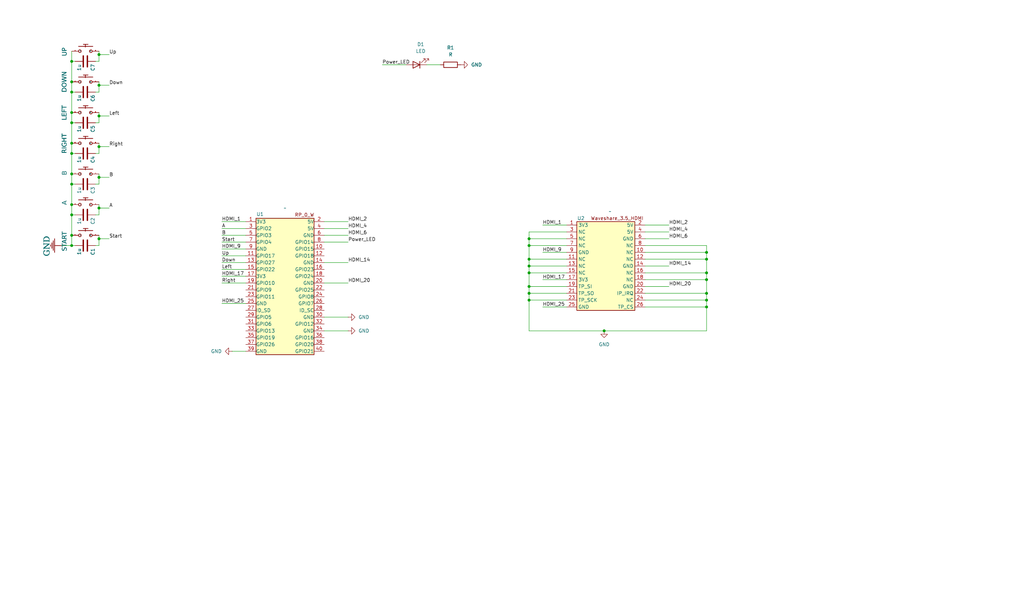
<source format=kicad_sch>
(kicad_sch (version 20231120) (generator "eeschema") (generator_version "8.0")
  (paper "User" 381 228.6)
  (lib_symbols
    (symbol "Device:C" (pin_numbers hide) (pin_names (offset 0.254))
      (property "Reference" "C" (at 0.635 2.54 0))
      (property "Value" "C" (at 0.635 -2.54 0))
      (symbol "C_0_1"
        (polyline (pts (xy -2.032 -0.762) (xy 2.032 -0.762)) (stroke (width 0.508)))
        (polyline (pts (xy -2.032 0.762) (xy 2.032 0.762)) (stroke (width 0.508)))
      )
      (symbol "C_1_1"
        (pin passive line (at 0 3.81 270) (length 2.794) (name "~") (number "1"))
        (pin passive line (at 0 -3.81 90) (length 2.794) (name "~") (number "2"))
      )
    )
    (symbol "Device:LED" (pin_numbers hide) (pin_names (offset 1.016) hide)
      (property "Reference" "D" (at 0 2.54 0))
      (property "Value" "LED" (at 0 -2.54 0))
      (symbol "LED_0_1"
        (polyline (pts (xy -1.27 -1.27) (xy -1.27 1.27)) (stroke (width 0.254)))
        (polyline (pts (xy -1.27 0) (xy 1.27 0)))
        (polyline (pts (xy 1.27 -1.27) (xy 1.27 1.27) (xy -1.27 0) (xy 1.27 -1.27)) (stroke (width 0.254)))
        (polyline (pts (xy -3.048 -0.762) (xy -4.572 -2.286) (xy -3.81 -2.286) (xy -4.572 -2.286) (xy -4.572 -1.524)))
        (polyline (pts (xy -1.778 -0.762) (xy -3.302 -2.286) (xy -2.54 -2.286) (xy -3.302 -2.286) (xy -3.302 -1.524)))
      )
      (symbol "LED_1_1"
        (pin passive line (at -3.81 0 0) (length 2.54) (name "K") (number "1"))
        (pin passive line (at 3.81 0 180) (length 2.54) (name "A") (number "2"))
      )
    )
    (symbol "Device:R" (pin_numbers hide) (pin_names (offset 0))
      (property "Reference" "R" (at 2.032 0 90))
      (property "Value" "R" (at 0 0 90))
      (symbol "R_0_1"
        (rectangle (start -1.016 -2.54) (end 1.016 2.54) (stroke (width 0.254)))
      )
      (symbol "R_1_1"
        (pin passive line (at 0 3.81 270) (length 1.27) (name "~") (number "1"))
        (pin passive line (at 0 -3.81 90) (length 1.27) (name "~") (number "2"))
      )
    )
    (symbol "GGMainPCB:Raspberry_pi_0_w_gpio" (pin_names (offset 0.002))
      (property "Reference" "U" (at -6.604 57.15 0))
      (symbol "Raspberry_pi_0_w_gpio_1_1"
        (rectangle (start -7.62 55.88) (end 13.97 5.08) (stroke (width 0.254)) (fill (type background)))
        (text "RP_0_W\n" (at 10.414 57.15 0) (effects (font (size 1.27 1.27))))
        (pin passive line (at -11.43 54.61 0) (length 3.81) (name "3V3") (number "1"))
        (pin passive line (at 17.78 44.45 180) (length 3.81) (name "GPIO15") (number "10"))
        (pin passive line (at -11.43 41.91 0) (length 3.81) (name "GPIO17") (number "11"))
        (pin passive line (at 17.78 41.91 180) (length 3.81) (name "GPIO18") (number "12"))
        (pin passive line (at -11.43 39.37 0) (length 3.81) (name "GPIO27") (number "13"))
        (pin passive line (at 17.78 39.37 180) (length 3.81) (name "GND") (number "14"))
        (pin passive line (at -11.43 36.83 0) (length 3.81) (name "GPIO22") (number "15"))
        (pin passive line (at 17.78 36.83 180) (length 3.81) (name "GPIO23") (number "16"))
        (pin passive line (at -11.43 34.29 0) (length 3.81) (name "3V3") (number "17"))
        (pin passive line (at 17.78 34.29 180) (length 3.81) (name "GPIO24") (number "18"))
        (pin passive line (at -11.43 31.75 0) (length 3.81) (name "GPIO10") (number "19"))
        (pin passive line (at 17.78 54.61 180) (length 3.81) (name "5V") (number "2"))
        (pin passive line (at 17.78 31.75 180) (length 3.81) (name "GND") (number "20"))
        (pin passive line (at -11.43 29.21 0) (length 3.81) (name "GPIO9") (number "21"))
        (pin passive line (at 17.78 29.21 180) (length 3.81) (name "GPIO25") (number "22"))
        (pin passive line (at -11.43 26.67 0) (length 3.81) (name "GPIO11") (number "23"))
        (pin passive line (at 17.78 26.67 180) (length 3.81) (name "GPIO8") (number "24"))
        (pin passive line (at -11.43 24.13 0) (length 3.81) (name "GND") (number "25"))
        (pin passive line (at 17.78 24.13 180) (length 3.81) (name "GPIO7") (number "26"))
        (pin passive line (at -11.43 21.59 0) (length 3.81) (name "ID_SD") (number "27"))
        (pin passive line (at 17.78 21.59 180) (length 3.81) (name "ID_SC") (number "28"))
        (pin passive line (at -11.43 19.05 0) (length 3.81) (name "GPIO5") (number "29"))
        (pin passive line (at -11.43 52.07 0) (length 3.81) (name "GPIO2") (number "3"))
        (pin passive line (at 17.78 19.05 180) (length 3.81) (name "GND") (number "30"))
        (pin passive line (at -11.43 16.51 0) (length 3.81) (name "GPIO6") (number "31"))
        (pin passive line (at 17.78 16.51 180) (length 3.81) (name "GPIO12") (number "32"))
        (pin passive line (at -11.43 13.97 0) (length 3.81) (name "GPIO13") (number "33"))
        (pin passive line (at 17.78 13.97 180) (length 3.81) (name "GND") (number "34"))
        (pin passive line (at -11.43 11.43 0) (length 3.81) (name "GPIO19") (number "35"))
        (pin passive line (at 17.78 11.43 180) (length 3.81) (name "GPIO16") (number "36"))
        (pin passive line (at -11.43 8.89 0) (length 3.81) (name "GPIO26") (number "37"))
        (pin passive line (at 17.78 8.89 180) (length 3.81) (name "GPIO20") (number "38"))
        (pin passive line (at -11.43 6.35 0) (length 3.81) (name "GND") (number "39"))
        (pin passive line (at 17.78 52.07 180) (length 3.81) (name "5V") (number "4"))
        (pin passive line (at 17.78 6.35 180) (length 3.81) (name "GPIO21") (number "40"))
        (pin passive line (at -11.43 49.53 0) (length 3.81) (name "GPIO3") (number "5"))
        (pin passive line (at 17.78 49.53 180) (length 3.81) (name "GND") (number "6"))
        (pin passive line (at -11.43 46.99 0) (length 3.81) (name "GPIO4") (number "7"))
        (pin passive line (at 17.78 46.99 180) (length 3.81) (name "GPIO14") (number "8"))
        (pin passive line (at -11.43 44.45 0) (length 3.81) (name "GND") (number "9"))
      )
    )
    (symbol "GGMainPCB:Waveshare_3.5_hdmi_screen"
      (property "Reference" "U" (at -5.588 54.61 0))
      (symbol "Waveshare_3.5_hdmi_screen_1_1"
        (rectangle (start -6.35 53.34) (end 15.24 20.32) (stroke (width 0.254)) (fill (type background)))
        (text "Waveshare_3.5_HDMI\n" (at 8.636 54.61 0) (effects (font (size 1.27 1.27))))
        (pin power_in line (at -10.16 52.07 0) (length 3.81) (name "3V3") (number "1"))
        (pin passive line (at 19.05 41.91 180) (length 3.81) (name "NC") (number "10"))
        (pin passive line (at -10.16 39.37 0) (length 3.81) (name "NC") (number "11"))
        (pin passive line (at 19.05 39.37 180) (length 3.81) (name "NC") (number "12"))
        (pin passive line (at -10.16 36.83 0) (length 3.81) (name "NC") (number "13"))
        (pin passive line (at 19.05 36.83 180) (length 3.81) (name "GND") (number "14"))
        (pin passive line (at -10.16 34.29 0) (length 3.81) (name "NC") (number "15"))
        (pin passive line (at 19.05 34.29 180) (length 3.81) (name "NC") (number "16"))
        (pin power_in line (at -10.16 31.75 0) (length 3.81) (name "3V3") (number "17"))
        (pin passive line (at 19.05 31.75 180) (length 3.81) (name "NC") (number "18"))
        (pin passive line (at -10.16 29.21 0) (length 3.81) (name "TP_SI") (number "19"))
        (pin power_in line (at 19.05 52.07 180) (length 3.81) (name "5V") (number "2"))
        (pin passive line (at 19.05 29.21 180) (length 3.81) (name "GND") (number "20"))
        (pin passive line (at -10.16 26.67 0) (length 3.81) (name "TP_SO") (number "21"))
        (pin passive line (at 19.05 26.67 180) (length 3.81) (name "IP_IRQ") (number "22"))
        (pin passive line (at -10.16 24.13 0) (length 3.81) (name "TP_SCK") (number "23"))
        (pin passive line (at 19.05 24.13 180) (length 3.81) (name "NC") (number "24"))
        (pin passive line (at -10.16 21.59 0) (length 3.81) (name "GND") (number "25"))
        (pin passive line (at 19.05 21.59 180) (length 3.81) (name "TP_CS") (number "26"))
        (pin passive line (at -10.16 49.53 0) (length 3.81) (name "NC") (number "3"))
        (pin power_in line (at 19.05 49.53 180) (length 3.81) (name "5V") (number "4"))
        (pin passive line (at -10.16 46.99 0) (length 3.81) (name "NC") (number "5"))
        (pin passive line (at 19.05 46.99 180) (length 3.81) (name "GND") (number "6"))
        (pin passive line (at -10.16 44.45 0) (length 3.81) (name "NC") (number "7"))
        (pin passive line (at 19.05 44.45 180) (length 3.81) (name "NC") (number "8"))
        (pin passive line (at -10.16 41.91 0) (length 3.81) (name "GND") (number "9"))
      )
    )
    (symbol "GND" (power) (pin_numbers hide) (pin_names hide)
      (property "Value" "GND" (at 0 6.35 0))
      (symbol "GND_0_0"
        (polyline (pts (xy -2.54 -2.54) (xy 2.54 -2.54)) (stroke (width 0.254)))
        (polyline (pts (xy -1.778 -3.048) (xy 1.778 -3.048)) (stroke (width 0.254)))
        (polyline (pts (xy -1.016 -3.556) (xy 1.016 -3.556)) (stroke (width 0.254)))
        (polyline (pts (xy -0.254 -4.064) (xy 0.254 -4.064)) (stroke (width 0.254)))
        (polyline (pts (xy 0 0) (xy 0 -2.54)) (stroke (width 0.254)))
        (pin power_in line (at 0 0 270) (length 0) (name "GND") (number "1"))
      )
    )
    (symbol "hassan_buton copy"
      (property "Value" "DOWN" (at -3.7338 -6.7691 0))
      (symbol "hassan_buton copy_0_0"
        (circle (center 0 -2.032) (radius 0.508) (stroke (width 0.254)))
        (polyline (pts (xy -2.54 -0.762) (xy -2.54 1.016)) (stroke (width 0.254)))
        (polyline (pts (xy -1.778 -2.54) (xy -1.778 2.794)) (stroke (width 0.254)))
        (polyline (pts (xy -1.524 0) (xy -2.54 0)) (stroke (width 0.254)))
        (circle (center 0.0254 2.0574) (radius 0.508) (stroke (width 0.254)))
        (pin unspecified line (at 0 5.08 270) (length 2.54) (name "P$2") (number "1"))
        (pin unspecified line (at 0 -5.08 90) (length 2.54) (name "P$1") (number "2"))
      )
    )
    (symbol "hassan_buton copy_1"
      (property "Value" "LEFT" (at -2.8956 -6.7691 0))
      (symbol "hassan_buton copy_1_0_0"
        (circle (center 0 -2.032) (radius 0.508) (stroke (width 0.254)))
        (polyline (pts (xy -2.54 -0.762) (xy -2.54 1.016)) (stroke (width 0.254)))
        (polyline (pts (xy -1.778 -2.54) (xy -1.778 2.794)) (stroke (width 0.254)))
        (polyline (pts (xy -1.524 0) (xy -2.54 0)) (stroke (width 0.254)))
        (circle (center 0.0254 2.0574) (radius 0.508) (stroke (width 0.254)))
        (pin unspecified line (at 0 -5.08 90) (length 2.54) (name "P$1") (number "P$2"))
        (pin unspecified line (at 0 5.08 270) (length 2.54) (name "P$2") (number "P$3"))
      )
    )
    (symbol "hassan_buton copy_2"
      (property "Value" "RIGHT" (at -3.683 -6.7691 0))
      (symbol "hassan_buton copy_2_0_0"
        (circle (center 0 -2.032) (radius 0.508) (stroke (width 0.254)))
        (polyline (pts (xy -2.54 -0.762) (xy -2.54 1.016)) (stroke (width 0.254)))
        (polyline (pts (xy -1.778 -2.54) (xy -1.778 2.794)) (stroke (width 0.254)))
        (polyline (pts (xy -1.524 0) (xy -2.54 0)) (stroke (width 0.254)))
        (circle (center 0.0254 2.0574) (radius 0.508) (stroke (width 0.254)))
        (pin unspecified line (at 0 -5.08 90) (length 2.54) (name "P$1") (number "P$2"))
        (pin unspecified line (at 0 5.08 270) (length 2.54) (name "P$2") (number "P$3"))
      )
    )
    (symbol "hassan_buton copy_3"
      (property "Value" "TL" (at -1.3716 -6.7183 0))
      (symbol "hassan_buton copy_3_0_0"
        (circle (center 0 -2.032) (radius 0.508) (stroke (width 0.254)))
        (polyline (pts (xy -2.54 -0.762) (xy -2.54 1.016)) (stroke (width 0.254)))
        (polyline (pts (xy -1.778 -2.54) (xy -1.778 2.794)) (stroke (width 0.254)))
        (polyline (pts (xy -1.524 0) (xy -2.54 0)) (stroke (width 0.254)))
        (circle (center 0.0254 2.0574) (radius 0.508) (stroke (width 0.254)))
        (pin unspecified line (at 0 5.08 270) (length 2.54) (name "P$2") (number "1"))
        (pin unspecified line (at 0 -5.08 90) (length 2.54) (name "P$1") (number "2"))
      )
    )
    (symbol "hassan_buton copy_4"
      (property "Value" "TR" (at -1.5748 -6.7183 0))
      (symbol "hassan_buton copy_4_0_0"
        (circle (center 0 -2.032) (radius 0.508) (stroke (width 0.254)))
        (polyline (pts (xy -2.54 -0.762) (xy -2.54 1.016)) (stroke (width 0.254)))
        (polyline (pts (xy -1.778 -2.54) (xy -1.778 2.794)) (stroke (width 0.254)))
        (polyline (pts (xy -1.524 0) (xy -2.54 0)) (stroke (width 0.254)))
        (circle (center 0.0254 2.0574) (radius 0.508) (stroke (width 0.254)))
        (pin unspecified line (at 0 5.08 270) (length 2.54) (name "P$2") (number "1"))
        (pin unspecified line (at 0 -5.08 90) (length 2.54) (name "P$1") (number "2"))
      )
    )
    (symbol "hassan_buton copy_5"
      (property "Value" "PS" (at -1.5748 -6.7183 0))
      (symbol "hassan_buton copy_5_0_0"
        (circle (center 0 -2.032) (radius 0.508) (stroke (width 0.254)))
        (polyline (pts (xy -2.54 -0.762) (xy -2.54 1.016)) (stroke (width 0.254)))
        (polyline (pts (xy -1.778 -2.54) (xy -1.778 2.794)) (stroke (width 0.254)))
        (polyline (pts (xy -1.524 0) (xy -2.54 0)) (stroke (width 0.254)))
        (circle (center 0.0254 2.0574) (radius 0.508) (stroke (width 0.254)))
        (pin unspecified line (at 0 -5.08 90) (length 2.54) (name "P$1") (number "P$2"))
        (pin unspecified line (at 0 5.08 270) (length 2.54) (name "P$2") (number "P$3"))
      )
    )
    (symbol "hassan_buton copy_6"
      (property "Value" "UP" (at -1.6256 -6.7183 0))
      (symbol "hassan_buton copy_6_0_0"
        (circle (center 0 -2.032) (radius 0.508) (stroke (width 0.254)))
        (polyline (pts (xy -2.54 -0.762) (xy -2.54 1.016)) (stroke (width 0.254)))
        (polyline (pts (xy -1.778 -2.54) (xy -1.778 2.794)) (stroke (width 0.254)))
        (polyline (pts (xy -1.524 0) (xy -2.54 0)) (stroke (width 0.254)))
        (circle (center 0.0254 2.0574) (radius 0.508) (stroke (width 0.254)))
        (pin unspecified line (at 0 -5.08 90) (length 2.54) (name "P$1") (number "1"))
        (pin unspecified line (at 0 5.08 270) (length 2.54) (name "P$2") (number "2"))
      )
    )
    (symbol "power:GND" (power) (pin_numbers hide) (pin_names (offset 0) hide)
      (property "Value" "GND" (at 0 -3.81 0))
      (symbol "GND_0_1"
        (polyline (pts (xy 0 0) (xy 0 -1.27) (xy 1.27 -1.27) (xy 0 -2.54) (xy -1.27 -1.27) (xy 0 -1.27)))
      )
      (symbol "GND_1_1"
        (pin power_in line (at 0 0 270) (length 0) (name "~") (number "1"))
      )
    )
  )
  (junction (at 262.89 109.22))
  (junction (at 196.85 88.9))
  (junction (at 262.89 104.14))
  (junction (at 196.85 91.44))
  (junction (at 262.89 111.76))
  (junction (at 26.67 87.63))
  (junction (at 26.67 76.2))
  (junction (at 26.67 53.34))
  (junction (at 26.67 64.77))
  (junction (at 26.67 45.72))
  (junction (at 26.67 80.01))
  (junction (at 36.83 77.47))
  (junction (at 36.83 43.18))
  (junction (at 26.67 41.91))
  (junction (at 196.85 99.06))
  (junction (at 262.89 96.52))
  (junction (at 26.67 22.86))
  (junction (at 262.89 101.6))
  (junction (at 196.85 101.6))
  (junction (at 26.67 34.29))
  (junction (at 196.85 111.76))
  (junction (at 36.83 54.61))
  (junction (at 36.83 20.32))
  (junction (at 26.67 91.44))
  (junction (at 36.83 66.04))
  (junction (at 224.79 123.19))
  (junction (at 26.67 30.48))
  (junction (at 196.85 96.52))
  (junction (at 262.89 93.98))
  (junction (at 26.67 68.58))
  (junction (at 26.67 57.15))
  (junction (at 262.89 114.3))
  (junction (at 36.83 88.9))
  (junction (at 36.83 31.75))
  (junction (at 196.85 109.22))
  (junction (at 196.85 106.68))
  (wire (pts (xy 120.65 97.79) (xy 129.54 97.79)))
  (wire (pts (xy 240.03 99.06) (xy 248.92 99.06)))
  (wire (pts (xy 26.67 64.77) (xy 26.67 68.58)))
  (wire (pts (xy 26.67 34.29) (xy 27.94 34.29)))
  (wire (pts (xy 82.55 85.09) (xy 91.44 85.09)))
  (wire (pts (xy 82.55 105.41) (xy 91.44 105.41)))
  (wire (pts (xy 82.55 90.17) (xy 91.44 90.17)))
  (wire (pts (xy 26.67 91.44) (xy 27.94 91.44)))
  (wire (pts (xy 240.03 111.76) (xy 262.89 111.76)))
  (wire (pts (xy 196.85 106.68) (xy 210.82 106.68)))
  (wire (pts (xy 262.89 109.22) (xy 262.89 111.76)))
  (wire (pts (xy 36.83 31.75) (xy 36.83 30.48)))
  (wire (pts (xy 26.67 80.01) (xy 27.94 80.01)))
  (wire (pts (xy 36.83 57.15) (xy 36.83 54.61)))
  (wire (pts (xy 26.67 41.91) (xy 26.67 45.72)))
  (wire (pts (xy 36.83 91.44) (xy 36.83 88.9)))
  (wire (pts (xy 26.67 57.15) (xy 27.94 57.15)))
  (wire (pts (xy 36.83 20.32) (xy 40.64 20.32)))
  (wire (pts (xy 201.93 83.82) (xy 210.82 83.82)))
  (wire (pts (xy 196.85 106.68) (xy 196.85 109.22)))
  (wire (pts (xy 120.65 87.63) (xy 129.54 87.63)))
  (wire (pts (xy 86.36 130.81) (xy 91.44 130.81)))
  (wire (pts (xy 262.89 91.44) (xy 262.89 93.98)))
  (wire (pts (xy 262.89 104.14) (xy 262.89 109.22)))
  (wire (pts (xy 240.03 104.14) (xy 262.89 104.14)))
  (wire (pts (xy 240.03 101.6) (xy 262.89 101.6)))
  (wire (pts (xy 35.56 57.15) (xy 36.83 57.15)))
  (wire (pts (xy 82.55 92.71) (xy 91.44 92.71)))
  (wire (pts (xy 26.67 22.86) (xy 26.67 30.48)))
  (wire (pts (xy 36.83 43.18) (xy 36.83 41.91)))
  (wire (pts (xy 120.65 118.11) (xy 129.54 118.11)))
  (wire (pts (xy 26.67 22.86) (xy 27.94 22.86)))
  (wire (pts (xy 82.55 82.55) (xy 91.44 82.55)))
  (wire (pts (xy 82.55 113.03) (xy 91.44 113.03)))
  (wire (pts (xy 36.83 45.72) (xy 36.83 43.18)))
  (wire (pts (xy 26.67 19.05) (xy 26.67 22.86)))
  (wire (pts (xy 35.56 91.44) (xy 36.83 91.44)))
  (wire (pts (xy 240.03 106.68) (xy 248.92 106.68)))
  (wire (pts (xy 120.65 82.55) (xy 129.54 82.55)))
  (wire (pts (xy 26.67 57.15) (xy 26.67 64.77)))
  (wire (pts (xy 210.82 101.6) (xy 196.85 101.6)))
  (wire (pts (xy 262.89 93.98) (xy 262.89 96.52)))
  (wire (pts (xy 196.85 109.22) (xy 196.85 111.76)))
  (wire (pts (xy 196.85 99.06) (xy 210.82 99.06)))
  (wire (pts (xy 240.03 91.44) (xy 262.89 91.44)))
  (wire (pts (xy 240.03 96.52) (xy 262.89 96.52)))
  (wire (pts (xy 196.85 99.06) (xy 196.85 101.6)))
  (wire (pts (xy 196.85 123.19) (xy 224.79 123.19)))
  (wire (pts (xy 240.03 86.36) (xy 248.92 86.36)))
  (wire (pts (xy 36.83 22.86) (xy 36.83 20.32)))
  (wire (pts (xy 201.93 114.3) (xy 210.82 114.3)))
  (wire (pts (xy 26.67 68.58) (xy 26.67 76.2)))
  (wire (pts (xy 36.83 88.9) (xy 40.64 88.9)))
  (wire (pts (xy 36.83 68.58) (xy 36.83 66.04)))
  (wire (pts (xy 36.83 20.32) (xy 36.83 19.05)))
  (wire (pts (xy 240.03 93.98) (xy 262.89 93.98)))
  (wire (pts (xy 240.03 83.82) (xy 248.92 83.82)))
  (wire (pts (xy 240.03 88.9) (xy 248.92 88.9)))
  (wire (pts (xy 26.67 34.29) (xy 26.67 41.91)))
  (wire (pts (xy 262.89 123.19) (xy 224.79 123.19)))
  (wire (pts (xy 35.56 68.58) (xy 36.83 68.58)))
  (wire (pts (xy 120.65 85.09) (xy 129.54 85.09)))
  (wire (pts (xy 120.65 90.17) (xy 129.54 90.17)))
  (wire (pts (xy 196.85 111.76) (xy 210.82 111.76)))
  (wire (pts (xy 36.83 66.04) (xy 36.83 64.77)))
  (wire (pts (xy 36.83 43.18) (xy 40.64 43.18)))
  (wire (pts (xy 240.03 114.3) (xy 262.89 114.3)))
  (wire (pts (xy 36.83 77.47) (xy 40.64 77.47)))
  (wire (pts (xy 196.85 91.44) (xy 196.85 96.52)))
  (wire (pts (xy 82.55 95.25) (xy 91.44 95.25)))
  (wire (pts (xy 196.85 88.9) (xy 210.82 88.9)))
  (wire (pts (xy 120.65 123.19) (xy 129.54 123.19)))
  (wire (pts (xy 36.83 80.01) (xy 36.83 77.47)))
  (wire (pts (xy 35.56 22.86) (xy 36.83 22.86)))
  (wire (pts (xy 26.67 76.2) (xy 26.67 80.01)))
  (wire (pts (xy 210.82 86.36) (xy 196.85 86.36)))
  (wire (pts (xy 36.83 66.04) (xy 40.64 66.04)))
  (wire (pts (xy 36.83 34.29) (xy 36.83 31.75)))
  (wire (pts (xy 26.67 45.72) (xy 26.67 53.34)))
  (wire (pts (xy 22.86 91.44) (xy 26.67 91.44)))
  (wire (pts (xy 262.89 114.3) (xy 262.89 123.19)))
  (wire (pts (xy 196.85 101.6) (xy 196.85 106.68)))
  (wire (pts (xy 26.67 80.01) (xy 26.67 87.63)))
  (wire (pts (xy 262.89 96.52) (xy 262.89 101.6)))
  (wire (pts (xy 82.55 97.79) (xy 91.44 97.79)))
  (wire (pts (xy 36.83 31.75) (xy 40.64 31.75)))
  (wire (pts (xy 35.56 45.72) (xy 36.83 45.72)))
  (wire (pts (xy 82.55 102.87) (xy 91.44 102.87)))
  (wire (pts (xy 120.65 105.41) (xy 129.54 105.41)))
  (wire (pts (xy 35.56 34.29) (xy 36.83 34.29)))
  (wire (pts (xy 240.03 109.22) (xy 262.89 109.22)))
  (wire (pts (xy 26.67 53.34) (xy 26.67 57.15)))
  (wire (pts (xy 196.85 96.52) (xy 196.85 99.06)))
  (wire (pts (xy 26.67 30.48) (xy 26.67 34.29)))
  (wire (pts (xy 201.93 93.98) (xy 210.82 93.98)))
  (wire (pts (xy 26.67 45.72) (xy 27.94 45.72)))
  (wire (pts (xy 196.85 96.52) (xy 210.82 96.52)))
  (wire (pts (xy 26.67 91.44) (xy 26.67 87.63)))
  (wire (pts (xy 196.85 111.76) (xy 196.85 123.19)))
  (wire (pts (xy 142.24 24.13) (xy 151.13 24.13)))
  (wire (pts (xy 196.85 109.22) (xy 210.82 109.22)))
  (wire (pts (xy 82.55 100.33) (xy 91.44 100.33)))
  (wire (pts (xy 262.89 101.6) (xy 262.89 104.14)))
  (wire (pts (xy 35.56 80.01) (xy 36.83 80.01)))
  (wire (pts (xy 196.85 88.9) (xy 196.85 91.44)))
  (wire (pts (xy 196.85 86.36) (xy 196.85 88.9)))
  (wire (pts (xy 36.83 77.47) (xy 36.83 76.2)))
  (wire (pts (xy 36.83 54.61) (xy 40.64 54.61)))
  (wire (pts (xy 262.89 111.76) (xy 262.89 114.3)))
  (wire (pts (xy 158.75 24.13) (xy 163.83 24.13)))
  (wire (pts (xy 26.67 68.58) (xy 27.94 68.58)))
  (wire (pts (xy 36.83 54.61) (xy 36.83 53.34)))
  (wire (pts (xy 196.85 91.44) (xy 210.82 91.44)))
  (wire (pts (xy 36.83 88.9) (xy 36.83 87.63)))
  (wire (pts (xy 82.55 87.63) (xy 91.44 87.63)))
  (wire (pts (xy 201.93 104.14) (xy 210.82 104.14)))
  (label "HDMI_1" (at 201.93 83.82 0))
  (label "Start" (at 40.64 88.9 0))
  (label "HDMI_9" (at 82.55 92.71 0))
  (label "A" (at 40.64 77.47 0))
  (label "HDMI_2" (at 248.92 83.82 0))
  (label "HDMI_1" (at 82.55 82.55 0))
  (label "Start" (at 82.55 90.17 0))
  (label "Left" (at 82.55 100.33 0))
  (label "A" (at 82.55 85.09 0))
  (label "Power_LED" (at 129.54 90.17 0))
  (label "Up" (at 82.55 95.25 0))
  (label "HDMI_14" (at 248.92 99.06 0))
  (label "HDMI_2" (at 129.54 82.55 0))
  (label "Down" (at 40.64 31.75 0))
  (label "B" (at 40.64 66.04 0))
  (label "Down" (at 82.55 97.79 0))
  (label "Left" (at 40.64 43.18 0))
  (label "HDMI_6" (at 129.54 87.63 0))
  (label "HDMI_9" (at 201.93 93.98 0))
  (label "HDMI_6" (at 248.92 88.9 0))
  (label "HDMI_25" (at 82.55 113.03 0))
  (label "HDMI_25" (at 201.93 114.3 0))
  (label "Right" (at 40.64 54.61 0))
  (label "B" (at 82.55 87.63 0))
  (label "HDMI_4" (at 248.92 86.36 0))
  (label "HDMI_14" (at 129.54 97.79 0))
  (label "HDMI_20" (at 129.54 105.41 0))
  (label "HDMI_20" (at 248.92 106.68 0))
  (label "HDMI_17" (at 82.55 102.87 0))
  (label "Power_LED" (at 142.24 24.13 0))
  (label "Up" (at 40.64 20.32 0))
  (label "HDMI_4" (at 129.54 85.09 0))
  (label "HDMI_17" (at 201.93 104.14 0))
  (label "Right" (at 82.55 105.41 0))
  (symbol (lib_id "hassan_buton copy_2") (at 31.75 53.34 270) (unit 1)
    (property "Reference" "SW4" (effects (hide yes)))
    (property "Value" "RIGHT" (at 24.9809 49.657 0) (effects (font (size 1.6891 1.6891)) (justify left top)))
    (property "Supplier" "SparkFun" (effects (hide yes)))
  )
  (symbol (lib_id "Device:C") (at 31.75 34.29 90) (unit 1)
    (property "Reference" "C6" (at 34.544 36.576 0))
    (property "Value" "1u" (at 29.464 36.576 0))
    (property "Description" "Unpolarized capacitor" (effects (hide yes)))
  )
  (symbol (lib_id "hassan_buton copy_6") (at 31.75 19.05 270) (unit 1)
    (property "Reference" "SW7" (effects (hide yes)))
    (property "Value" "UP" (at 25.0317 17.4244 0) (effects (font (size 1.6891 1.6891)) (justify left top)))
    (property "Supplier Part" "COM-08720" (effects (hide yes)))
    (property "Supplier" "SparkFun" (effects (hide yes)))
  )
  (symbol (lib_id "GND") (at 22.86 91.44 270) (unit 1)
    (property "Reference" "#PWR0101" (effects (hide yes)))
    (property "Value" "GND" (at 16.256 88.138 0) (effects (font (size 2.1717 2.1717)) (justify left bottom)))
    (property "Description" "Power symbol creates a global label with name 'GND'" (effects (hide yes)))
  )
  (symbol (lib_id "power:GND") (at 86.36 130.81 270) (unit 1)
    (property "Reference" "#PWR02" (effects (hide yes)))
    (property "Value" "GND" (at 82.55 130.8099 90) (effects (justify right)))
    (property "Description" "Power symbol creates a global label with name \"GND\" , ground" (effects (hide yes)))
  )
  (symbol (lib_id "Device:R") (at 167.64 24.13 90) (unit 1)
    (property "Reference" "R1" (at 167.64 17.78 90))
    (property "Value" "R" (at 167.64 20.32 90))
    (property "Description" "Resistor" (effects (hide yes)))
  )
  (symbol (lib_id "hassan_buton copy_1") (at 31.75 41.91 270) (unit 1)
    (property "Reference" "SW5" (effects (hide yes)))
    (property "Value" "LEFT" (at 24.9809 39.0144 0) (effects (font (size 1.6891 1.6891)) (justify left top)))
    (property "Supplier" "SparkFun" (effects (hide yes)))
  )
  (symbol (lib_id "hassan_buton copy_5") (at 31.75 87.63 270) (unit 1)
    (property "Reference" "SW1" (effects (hide yes)))
    (property "Value" "START" (at 25.0317 86.0552 0) (effects (font (size 1.6891 1.6891)) (justify left top)))
    (property "Supplier" "SparkFun" (effects (hide yes)))
  )
  (symbol (lib_id "Device:C") (at 31.75 22.86 90) (unit 1)
    (property "Reference" "C7" (at 34.544 25.146 0))
    (property "Value" "1u" (at 29.464 25.146 0))
    (property "Description" "Unpolarized capacitor" (effects (hide yes)))
  )
  (symbol (lib_id "Device:C") (at 31.75 57.15 90) (unit 1)
    (property "Reference" "C4" (at 34.544 59.436 0))
    (property "Value" "1u" (at 29.464 59.436 0))
    (property "Description" "Unpolarized capacitor" (effects (hide yes)))
  )
  (symbol (lib_id "hassan_buton copy_3") (at 31.75 64.77 270) (unit 1)
    (property "Reference" "SW3" (effects (hide yes)))
    (property "Value" "B" (at 25.0317 63.3984 0) (effects (font (size 1.6891 1.6891)) (justify left top)))
    (property "Supplier" "SparkFun" (effects (hide yes)))
  )
  (symbol (lib_id "hassan_buton copy_4") (at 31.75 76.2 270) (unit 1)
    (property "Reference" "SW2" (effects (hide yes)))
    (property "Value" "A" (at 25.0317 74.6252 0) (effects (font (size 1.6891 1.6891)) (justify left top)))
    (property "Supplier" "SparkFun" (effects (hide yes)))
  )
  (symbol (lib_id "GGMainPCB:Raspberry_pi_0_w_gpio") (at 102.87 137.16 0) (unit 1)
    (property "Reference" "U1" (at 96.774 79.756 0))
    (property "Value" "~" (at 106.045 77.47 0))
  )
  (symbol (lib_id "Device:C") (at 31.75 45.72 90) (unit 1)
    (property "Reference" "C5" (at 34.544 48.006 0))
    (property "Value" "1u" (at 29.464 48.006 0))
    (property "Description" "Unpolarized capacitor" (effects (hide yes)))
  )
  (symbol (lib_id "power:GND") (at 171.45 24.13 90) (unit 1)
    (property "Reference" "#PWR05" (effects (hide yes)))
    (property "Value" "GND" (at 175.26 24.1299 90) (effects (justify right)))
    (property "Description" "Power symbol creates a global label with name \"GND\" , ground" (effects (hide yes)))
  )
  (symbol (lib_id "Device:LED") (at 154.94 24.13 180) (unit 1)
    (property "Reference" "D1" (at 156.5275 16.51 0))
    (property "Value" "LED" (at 156.5275 19.05 0))
    (property "Description" "Light emitting diode" (effects (hide yes)))
  )
  (symbol (lib_id "power:GND") (at 129.54 123.19 90) (unit 1)
    (property "Reference" "#PWR03" (effects (hide yes)))
    (property "Value" "GND" (at 133.35 123.1899 90) (effects (justify right)))
    (property "Description" "Power symbol creates a global label with name \"GND\" , ground" (effects (hide yes)))
  )
  (symbol (lib_id "Device:C") (at 31.75 80.01 90) (unit 1)
    (property "Reference" "C2" (at 34.544 82.296 0))
    (property "Value" "1u" (at 29.464 82.296 0))
    (property "Description" "Unpolarized capacitor" (effects (hide yes)))
  )
  (symbol (lib_id "power:GND") (at 129.54 118.11 90) (unit 1)
    (property "Reference" "#PWR04" (effects (hide yes)))
    (property "Value" "GND" (at 133.35 118.1099 90) (effects (justify right)))
    (property "Description" "Power symbol creates a global label with name \"GND\" , ground" (effects (hide yes)))
  )
  (symbol (lib_id "power:GND") (at 224.79 123.19 0) (unit 1)
    (property "Reference" "#PWR01" (effects (hide yes)))
    (property "Value" "GND" (at 224.79 128.27 0))
    (property "Description" "Power symbol creates a global label with name \"GND\" , ground" (effects (hide yes)))
  )
  (symbol (lib_id "hassan_buton copy") (at 31.75 30.48 270) (unit 1)
    (property "Reference" "SW6" (effects (hide yes)))
    (property "Value" "DOWN" (at 24.9809 26.7462 0) (effects (font (size 1.6891 1.6891)) (justify left top)))
    (property "Supplier" "SparkFun" (effects (hide yes)))
  )
  (symbol (lib_id "Device:C") (at 31.75 91.44 90) (unit 1)
    (property "Reference" "C1" (at 34.544 93.726 0))
    (property "Value" "1u" (at 29.464 93.726 0))
    (property "Description" "Unpolarized capacitor" (effects (hide yes)))
  )
  (symbol (lib_id "GGMainPCB:Waveshare_3.5_hdmi_screen") (at 220.98 135.89 0) (unit 1)
    (property "Reference" "U2" (at 216.154 81.28 0))
    (property "Value" "~" (at 226.9834 78.74 0))
  )
  (symbol (lib_id "Device:C") (at 31.75 68.58 90) (unit 1)
    (property "Reference" "C3" (at 34.544 70.866 0))
    (property "Value" "1u" (at 29.464 70.866 0))
    (property "Description" "Unpolarized capacitor" (effects (hide yes)))
  )
)
</source>
